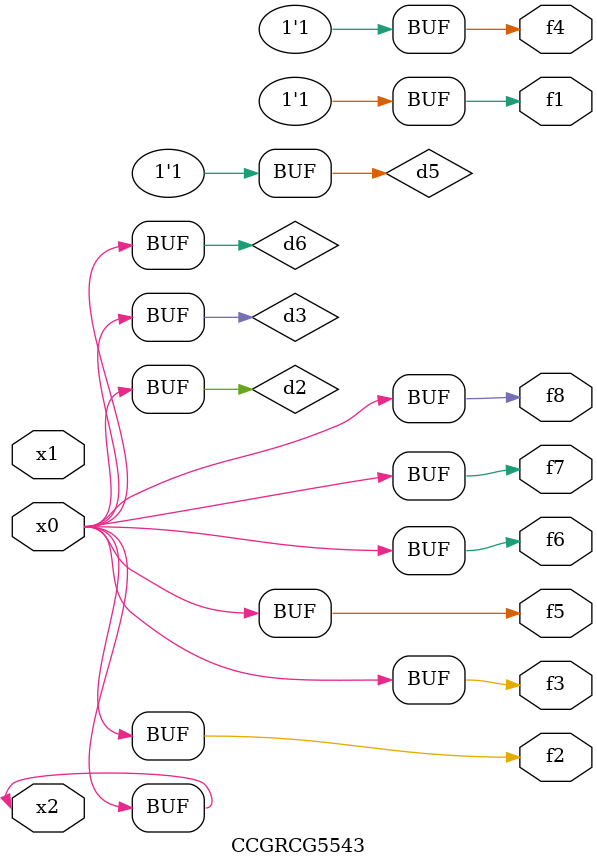
<source format=v>
module CCGRCG5543(
	input x0, x1, x2,
	output f1, f2, f3, f4, f5, f6, f7, f8
);

	wire d1, d2, d3, d4, d5, d6;

	xnor (d1, x2);
	buf (d2, x0, x2);
	and (d3, x0);
	xnor (d4, x1, x2);
	nand (d5, d1, d3);
	buf (d6, d2, d3);
	assign f1 = d5;
	assign f2 = d6;
	assign f3 = d6;
	assign f4 = d5;
	assign f5 = d6;
	assign f6 = d6;
	assign f7 = d6;
	assign f8 = d6;
endmodule

</source>
